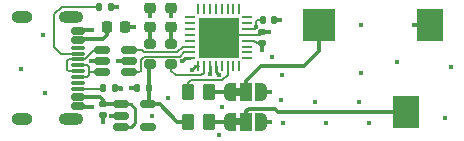
<source format=gbr>
%TF.GenerationSoftware,KiCad,Pcbnew,8.0.1-8.0.1-1~ubuntu22.04.1*%
%TF.CreationDate,2024-03-29T11:51:52+01:00*%
%TF.ProjectId,usb2mid,75736232-6d69-4642-9e6b-696361645f70,rev?*%
%TF.SameCoordinates,Original*%
%TF.FileFunction,Copper,L1,Top*%
%TF.FilePolarity,Positive*%
%FSLAX46Y46*%
G04 Gerber Fmt 4.6, Leading zero omitted, Abs format (unit mm)*
G04 Created by KiCad (PCBNEW 8.0.1-8.0.1-1~ubuntu22.04.1) date 2024-03-29 11:51:52*
%MOMM*%
%LPD*%
G01*
G04 APERTURE LIST*
G04 Aperture macros list*
%AMRoundRect*
0 Rectangle with rounded corners*
0 $1 Rounding radius*
0 $2 $3 $4 $5 $6 $7 $8 $9 X,Y pos of 4 corners*
0 Add a 4 corners polygon primitive as box body*
4,1,4,$2,$3,$4,$5,$6,$7,$8,$9,$2,$3,0*
0 Add four circle primitives for the rounded corners*
1,1,$1+$1,$2,$3*
1,1,$1+$1,$4,$5*
1,1,$1+$1,$6,$7*
1,1,$1+$1,$8,$9*
0 Add four rect primitives between the rounded corners*
20,1,$1+$1,$2,$3,$4,$5,0*
20,1,$1+$1,$4,$5,$6,$7,0*
20,1,$1+$1,$6,$7,$8,$9,0*
20,1,$1+$1,$8,$9,$2,$3,0*%
%AMFreePoly0*
4,1,19,0.550000,-0.750000,0.000000,-0.750000,0.000000,-0.744911,-0.071157,-0.744911,-0.207708,-0.704816,-0.327430,-0.627875,-0.420627,-0.520320,-0.479746,-0.390866,-0.500000,-0.250000,-0.500000,0.250000,-0.479746,0.390866,-0.420627,0.520320,-0.327430,0.627875,-0.207708,0.704816,-0.071157,0.744911,0.000000,0.744911,0.000000,0.750000,0.550000,0.750000,0.550000,-0.750000,0.550000,-0.750000,
$1*%
%AMFreePoly1*
4,1,19,0.000000,0.744911,0.071157,0.744911,0.207708,0.704816,0.327430,0.627875,0.420627,0.520320,0.479746,0.390866,0.500000,0.250000,0.500000,-0.250000,0.479746,-0.390866,0.420627,-0.520320,0.327430,-0.627875,0.207708,-0.704816,0.071157,-0.744911,0.000000,-0.744911,0.000000,-0.750000,-0.550000,-0.750000,-0.550000,0.750000,0.000000,0.750000,0.000000,0.744911,0.000000,0.744911,
$1*%
G04 Aperture macros list end*
%TA.AperFunction,EtchedComponent*%
%ADD10C,0.000000*%
%TD*%
%TA.AperFunction,SMDPad,CuDef*%
%ADD11FreePoly0,0.000000*%
%TD*%
%TA.AperFunction,SMDPad,CuDef*%
%ADD12R,1.000000X1.500000*%
%TD*%
%TA.AperFunction,SMDPad,CuDef*%
%ADD13FreePoly1,0.000000*%
%TD*%
%TA.AperFunction,SMDPad,CuDef*%
%ADD14RoundRect,0.150000X-0.425000X0.150000X-0.425000X-0.150000X0.425000X-0.150000X0.425000X0.150000X0*%
%TD*%
%TA.AperFunction,SMDPad,CuDef*%
%ADD15RoundRect,0.075000X-0.500000X0.075000X-0.500000X-0.075000X0.500000X-0.075000X0.500000X0.075000X0*%
%TD*%
%TA.AperFunction,ComponentPad*%
%ADD16O,2.100000X1.000000*%
%TD*%
%TA.AperFunction,ComponentPad*%
%ADD17O,1.800000X1.000000*%
%TD*%
%TA.AperFunction,SMDPad,CuDef*%
%ADD18RoundRect,0.140000X-0.170000X0.140000X-0.170000X-0.140000X0.170000X-0.140000X0.170000X0.140000X0*%
%TD*%
%TA.AperFunction,SMDPad,CuDef*%
%ADD19RoundRect,0.140000X0.140000X0.170000X-0.140000X0.170000X-0.140000X-0.170000X0.140000X-0.170000X0*%
%TD*%
%TA.AperFunction,SMDPad,CuDef*%
%ADD20RoundRect,0.140000X0.170000X-0.140000X0.170000X0.140000X-0.170000X0.140000X-0.170000X-0.140000X0*%
%TD*%
%TA.AperFunction,SMDPad,CuDef*%
%ADD21RoundRect,0.218750X-0.256250X0.218750X-0.256250X-0.218750X0.256250X-0.218750X0.256250X0.218750X0*%
%TD*%
%TA.AperFunction,SMDPad,CuDef*%
%ADD22RoundRect,0.150000X-0.512500X-0.150000X0.512500X-0.150000X0.512500X0.150000X-0.512500X0.150000X0*%
%TD*%
%TA.AperFunction,SMDPad,CuDef*%
%ADD23RoundRect,0.200000X-0.275000X0.200000X-0.275000X-0.200000X0.275000X-0.200000X0.275000X0.200000X0*%
%TD*%
%TA.AperFunction,SMDPad,CuDef*%
%ADD24RoundRect,0.250000X-0.262500X-0.450000X0.262500X-0.450000X0.262500X0.450000X-0.262500X0.450000X0*%
%TD*%
%TA.AperFunction,SMDPad,CuDef*%
%ADD25R,2.200000X2.800000*%
%TD*%
%TA.AperFunction,SMDPad,CuDef*%
%ADD26R,2.800000X2.800000*%
%TD*%
%TA.AperFunction,SMDPad,CuDef*%
%ADD27RoundRect,0.225000X-0.225000X-0.250000X0.225000X-0.250000X0.225000X0.250000X-0.225000X0.250000X0*%
%TD*%
%TA.AperFunction,SMDPad,CuDef*%
%ADD28RoundRect,0.140000X-0.140000X-0.170000X0.140000X-0.170000X0.140000X0.170000X-0.140000X0.170000X0*%
%TD*%
%TA.AperFunction,SMDPad,CuDef*%
%ADD29RoundRect,0.062500X0.375000X0.062500X-0.375000X0.062500X-0.375000X-0.062500X0.375000X-0.062500X0*%
%TD*%
%TA.AperFunction,SMDPad,CuDef*%
%ADD30RoundRect,0.062500X0.062500X0.375000X-0.062500X0.375000X-0.062500X-0.375000X0.062500X-0.375000X0*%
%TD*%
%TA.AperFunction,SMDPad,CuDef*%
%ADD31R,3.450000X3.450000*%
%TD*%
%TA.AperFunction,SMDPad,CuDef*%
%ADD32RoundRect,0.150000X0.512500X0.150000X-0.512500X0.150000X-0.512500X-0.150000X0.512500X-0.150000X0*%
%TD*%
%TA.AperFunction,SMDPad,CuDef*%
%ADD33RoundRect,0.135000X-0.135000X-0.185000X0.135000X-0.185000X0.135000X0.185000X-0.135000X0.185000X0*%
%TD*%
%TA.AperFunction,ViaPad*%
%ADD34C,0.450000*%
%TD*%
%TA.AperFunction,Conductor*%
%ADD35C,0.350000*%
%TD*%
%TA.AperFunction,Conductor*%
%ADD36C,0.200000*%
%TD*%
%TA.AperFunction,Conductor*%
%ADD37C,0.250000*%
%TD*%
G04 APERTURE END LIST*
D10*
%TA.AperFunction,EtchedComponent*%
%TO.C,JP1*%
G36*
X42600000Y-52300000D02*
G01*
X42100000Y-52300000D01*
X42100000Y-51700000D01*
X42600000Y-51700000D01*
X42600000Y-52300000D01*
G37*
%TD.AperFunction*%
%TA.AperFunction,EtchedComponent*%
%TO.C,JP2*%
G36*
X42600000Y-54800000D02*
G01*
X42100000Y-54800000D01*
X42100000Y-54200000D01*
X42600000Y-54200000D01*
X42600000Y-54800000D01*
G37*
%TD.AperFunction*%
%TD*%
D11*
%TO.P,JP1,1,A*%
%TO.N,/SINK*%
X41700000Y-52000000D03*
D12*
%TO.P,JP1,2,C*%
%TO.N,/JACK_T*%
X43000000Y-52000000D03*
D13*
%TO.P,JP1,3,B*%
%TO.N,/SOURCE*%
X44300000Y-52000000D03*
%TD*%
D14*
%TO.P,J1,A1,GND*%
%TO.N,GND*%
X28780000Y-46800000D03*
%TO.P,J1,A4,VBUS*%
%TO.N,VBUS*%
X28780000Y-47600000D03*
D15*
%TO.P,J1,A5,CC1*%
%TO.N,/CC1*%
X28780000Y-48750000D03*
%TO.P,J1,A6,D+*%
%TO.N,/D+*%
X28780000Y-49750000D03*
%TO.P,J1,A7,D-*%
%TO.N,/D-*%
X28780000Y-50250000D03*
%TO.P,J1,A8,SBU1*%
%TO.N,unconnected-(J1-SBU1-PadA8)*%
X28780000Y-51250000D03*
D14*
%TO.P,J1,A9,VBUS*%
%TO.N,VBUS*%
X28780000Y-52400000D03*
%TO.P,J1,A12,GND*%
%TO.N,GND*%
X28780000Y-53200000D03*
%TO.P,J1,B1,GND*%
X28780000Y-53200000D03*
%TO.P,J1,B4,VBUS*%
%TO.N,VBUS*%
X28780000Y-52400000D03*
D15*
%TO.P,J1,B5,CC2*%
%TO.N,/CC2*%
X28780000Y-51750000D03*
%TO.P,J1,B6,D+*%
%TO.N,/D+*%
X28780000Y-50750000D03*
%TO.P,J1,B7,D-*%
%TO.N,/D-*%
X28780000Y-49250000D03*
%TO.P,J1,B8,SBU2*%
%TO.N,unconnected-(J1-SBU2-PadB8)*%
X28780000Y-48250000D03*
D14*
%TO.P,J1,B9,VBUS*%
%TO.N,VBUS*%
X28780000Y-47600000D03*
%TO.P,J1,B12,GND*%
%TO.N,GND*%
X28780000Y-46800000D03*
D16*
%TO.P,J1,S1,SHIELD*%
%TO.N,unconnected-(J1-SHIELD-PadS1)_2*%
X28205000Y-45680000D03*
D17*
%TO.N,unconnected-(J1-SHIELD-PadS1)_1*%
X24025000Y-45680000D03*
D16*
%TO.N,unconnected-(J1-SHIELD-PadS1)_0*%
X28205000Y-54320000D03*
D17*
%TO.N,unconnected-(J1-SHIELD-PadS1)*%
X24025000Y-54320000D03*
%TD*%
D18*
%TO.P,C3,1*%
%TO.N,VBUS*%
X30900000Y-53020000D03*
%TO.P,C3,2*%
%TO.N,GND*%
X30900000Y-53980000D03*
%TD*%
D19*
%TO.P,C4,1*%
%TO.N,+3.3V*%
X34780000Y-51700000D03*
%TO.P,C4,2*%
%TO.N,GND*%
X33820000Y-51700000D03*
%TD*%
D20*
%TO.P,C1,1*%
%TO.N,+3.3V*%
X44400000Y-47880000D03*
%TO.P,C1,2*%
%TO.N,GND*%
X44400000Y-46920000D03*
%TD*%
D21*
%TO.P,D1,1,K*%
%TO.N,GND*%
X34900000Y-44912500D03*
%TO.P,D1,2,A*%
%TO.N,Net-(D1-A)*%
X34900000Y-46487500D03*
%TD*%
D22*
%TO.P,U3,1,IN*%
%TO.N,VBUS*%
X32462500Y-53050000D03*
%TO.P,U3,2,GND*%
%TO.N,GND*%
X32462500Y-54000000D03*
%TO.P,U3,3,STBY*%
%TO.N,VBUS*%
X32462500Y-54950000D03*
%TO.P,U3,4,NC*%
%TO.N,unconnected-(U3-NC-Pad4)*%
X34737500Y-54950000D03*
%TO.P,U3,5,OUT*%
%TO.N,+3.3V*%
X34737500Y-53050000D03*
%TD*%
D23*
%TO.P,R6,1*%
%TO.N,Net-(D2-A)*%
X36700000Y-47975000D03*
%TO.P,R6,2*%
%TO.N,/ST_LED*%
X36700000Y-49625000D03*
%TD*%
D24*
%TO.P,R4,1*%
%TO.N,/MIDI_TX*%
X38087500Y-52000000D03*
%TO.P,R4,2*%
%TO.N,/SINK*%
X39912500Y-52000000D03*
%TD*%
D25*
%TO.P,J2,R*%
%TO.N,/JACK_R*%
X56600000Y-53700000D03*
%TO.P,J2,S*%
%TO.N,GND*%
X58600000Y-46300000D03*
D26*
%TO.P,J2,T*%
%TO.N,/JACK_T*%
X49200000Y-46300000D03*
%TD*%
D27*
%TO.P,C7,1*%
%TO.N,VBUS*%
X31225000Y-46500000D03*
%TO.P,C7,2*%
%TO.N,GND*%
X32775000Y-46500000D03*
%TD*%
D21*
%TO.P,D2,1,K*%
%TO.N,GND*%
X36700000Y-44912500D03*
%TO.P,D2,2,A*%
%TO.N,Net-(D2-A)*%
X36700000Y-46487500D03*
%TD*%
D28*
%TO.P,C5,1*%
%TO.N,/NRST*%
X44420000Y-45900000D03*
%TO.P,C5,2*%
%TO.N,GND*%
X45380000Y-45900000D03*
%TD*%
D11*
%TO.P,JP2,1,A*%
%TO.N,/SOURCE*%
X41700000Y-54500000D03*
D12*
%TO.P,JP2,2,C*%
%TO.N,/JACK_R*%
X43000000Y-54500000D03*
D13*
%TO.P,JP2,3,B*%
%TO.N,/SINK*%
X44300000Y-54500000D03*
%TD*%
D29*
%TO.P,U1,1,PB9*%
%TO.N,unconnected-(U1-PB9-Pad1)*%
X43137500Y-49150000D03*
%TO.P,U1,2,PC14*%
%TO.N,unconnected-(U1-PC14-Pad2)*%
X43137500Y-48650000D03*
%TO.P,U1,3,PC15*%
%TO.N,unconnected-(U1-PC15-Pad3)*%
X43137500Y-48150000D03*
%TO.P,U1,4,VDD*%
%TO.N,+3.3V*%
X43137500Y-47650000D03*
%TO.P,U1,5,VSS*%
%TO.N,GND*%
X43137500Y-47150000D03*
%TO.P,U1,6,PF2*%
%TO.N,/NRST*%
X43137500Y-46650000D03*
%TO.P,U1,7,PA0*%
%TO.N,unconnected-(U1-PA0-Pad7)*%
X43137500Y-46150000D03*
%TO.P,U1,8,PA1*%
%TO.N,unconnected-(U1-PA1-Pad8)*%
X43137500Y-45650000D03*
D30*
%TO.P,U1,9,PA2*%
%TO.N,unconnected-(U1-PA2-Pad9)*%
X42450000Y-44962500D03*
%TO.P,U1,10,PA3*%
%TO.N,unconnected-(U1-PA3-Pad10)*%
X41950000Y-44962500D03*
%TO.P,U1,11,PA4*%
%TO.N,unconnected-(U1-PA4-Pad11)*%
X41450000Y-44962500D03*
%TO.P,U1,12,PA5*%
%TO.N,unconnected-(U1-PA5-Pad12)*%
X40950000Y-44962500D03*
%TO.P,U1,13,PA6*%
%TO.N,unconnected-(U1-PA6-Pad13)*%
X40450000Y-44962500D03*
%TO.P,U1,14,PA7*%
%TO.N,unconnected-(U1-PA7-Pad14)*%
X39950000Y-44962500D03*
%TO.P,U1,15,PB0*%
%TO.N,unconnected-(U1-PB0-Pad15)*%
X39450000Y-44962500D03*
%TO.P,U1,16,PB1*%
%TO.N,unconnected-(U1-PB1-Pad16)*%
X38950000Y-44962500D03*
D29*
%TO.P,U1,17,PB2*%
%TO.N,unconnected-(U1-PB2-Pad17)*%
X38262500Y-45650000D03*
%TO.P,U1,18,PA8*%
%TO.N,unconnected-(U1-PA8-Pad18)*%
X38262500Y-46150000D03*
%TO.P,U1,19,PA9/UCPD1_DBCC1*%
%TO.N,unconnected-(U1-PA9{slash}UCPD1_DBCC1-Pad19)*%
X38262500Y-46650000D03*
%TO.P,U1,20,PC6*%
%TO.N,unconnected-(U1-PC6-Pad20)*%
X38262500Y-47150000D03*
%TO.P,U1,21,PA10/UCPD1_DBCC2*%
%TO.N,unconnected-(U1-PA10{slash}UCPD1_DBCC2-Pad21)*%
X38262500Y-47650000D03*
%TO.P,U1,22,PA11/PA9*%
%TO.N,/USB_DM*%
X38262500Y-48150000D03*
%TO.P,U1,23,PA12/PA10*%
%TO.N,/USB_DP*%
X38262500Y-48650000D03*
%TO.P,U1,24,PA13*%
%TO.N,/SWDIO*%
X38262500Y-49150000D03*
D30*
%TO.P,U1,25,PA14*%
%TO.N,/SWCLK*%
X38950000Y-49837500D03*
%TO.P,U1,26,PA15*%
%TO.N,/ST_LED*%
X39450000Y-49837500D03*
%TO.P,U1,27,PB3*%
%TO.N,/UART_TX*%
X39950000Y-49837500D03*
%TO.P,U1,28,PB4*%
%TO.N,/UART_RX*%
X40450000Y-49837500D03*
%TO.P,U1,29,PB5*%
%TO.N,unconnected-(U1-PB5-Pad29)*%
X40950000Y-49837500D03*
%TO.P,U1,30,PB6*%
%TO.N,/MIDI_TX*%
X41450000Y-49837500D03*
%TO.P,U1,31,PB7*%
%TO.N,unconnected-(U1-PB7-Pad31)*%
X41950000Y-49837500D03*
%TO.P,U1,32,PB8*%
%TO.N,unconnected-(U1-PB8-Pad32)*%
X42450000Y-49837500D03*
D31*
%TO.P,U1,33,VSS*%
%TO.N,GND*%
X40700000Y-47400000D03*
%TD*%
D32*
%TO.P,U2,1,I/O1*%
%TO.N,/USB_DP*%
X33137500Y-50350000D03*
%TO.P,U2,2,GND*%
%TO.N,GND*%
X33137500Y-49400000D03*
%TO.P,U2,3,I/O2*%
%TO.N,/USB_DM*%
X33137500Y-48450000D03*
%TO.P,U2,4,I/O2*%
%TO.N,/D-*%
X30862500Y-48450000D03*
%TO.P,U2,5,VBUS*%
%TO.N,VBUS*%
X30862500Y-49400000D03*
%TO.P,U2,6,I/O1*%
%TO.N,/D+*%
X30862500Y-50350000D03*
%TD*%
D23*
%TO.P,R5,1*%
%TO.N,Net-(D1-A)*%
X34900000Y-47975000D03*
%TO.P,R5,2*%
%TO.N,+3.3V*%
X34900000Y-49625000D03*
%TD*%
D33*
%TO.P,R2,1*%
%TO.N,/CC2*%
X30890000Y-51700000D03*
%TO.P,R2,2*%
%TO.N,GND*%
X31910000Y-51700000D03*
%TD*%
%TO.P,R1,1*%
%TO.N,/CC1*%
X30590000Y-44800000D03*
%TO.P,R1,2*%
%TO.N,GND*%
X31610000Y-44800000D03*
%TD*%
D24*
%TO.P,R3,1*%
%TO.N,+3.3V*%
X38087500Y-54500000D03*
%TO.P,R3,2*%
%TO.N,/SOURCE*%
X39912500Y-54500000D03*
%TD*%
D34*
%TO.N,+3.3V*%
X44345000Y-48435000D03*
X34780000Y-50800000D03*
%TO.N,GND*%
X30000000Y-46760000D03*
X46100000Y-50600000D03*
X40125000Y-46825000D03*
X34900000Y-45580000D03*
X35060000Y-54000000D03*
X31550000Y-54000000D03*
X40690000Y-55640000D03*
X41275000Y-47975000D03*
X33310000Y-51700000D03*
X32110000Y-44810000D03*
X60360000Y-49920000D03*
X45865000Y-45900000D03*
X52560000Y-52850000D03*
X24000000Y-50030000D03*
X49810000Y-54630000D03*
X53430000Y-54600000D03*
X30000000Y-53250000D03*
X48860000Y-52810000D03*
X32200000Y-49400000D03*
X45000000Y-46920000D03*
X25810000Y-47210000D03*
X57250000Y-46300000D03*
X33500000Y-46500000D03*
X36700000Y-45580000D03*
X46140000Y-54610000D03*
X32410000Y-51710000D03*
X41275000Y-46825000D03*
X52730000Y-46360000D03*
X36450000Y-52520000D03*
X45200000Y-49010000D03*
X59853208Y-54165643D03*
X52779110Y-50377557D03*
X25990000Y-52080000D03*
X41020000Y-53250000D03*
X40125000Y-47975000D03*
X55770000Y-49450000D03*
X30900000Y-54500000D03*
X45950000Y-52700000D03*
%TO.N,/NRST*%
X43860000Y-46470000D03*
%TO.N,/SWDIO*%
X37610000Y-49390000D03*
%TO.N,/SWCLK*%
X38420000Y-50130000D03*
%TO.N,/UART_TX*%
X39950000Y-50500000D03*
%TO.N,/UART_RX*%
X40700000Y-50550000D03*
%TO.N,VBUS*%
X29900000Y-49400000D03*
X30000000Y-52450000D03*
X30000000Y-47500000D03*
%TO.N,/SINK*%
X40950000Y-52000000D03*
X45050000Y-54500000D03*
%TO.N,/SOURCE*%
X40950000Y-54500000D03*
X45050000Y-52000000D03*
%TD*%
D35*
%TO.N,+3.3V*%
X34737500Y-53050000D02*
X35750000Y-53050000D01*
D36*
X43720000Y-47650000D02*
X43950000Y-47880000D01*
X43137500Y-47650000D02*
X43720000Y-47650000D01*
D35*
X44400000Y-48380000D02*
X44400000Y-47880000D01*
X34780000Y-51700000D02*
X34780000Y-52590000D01*
X34780000Y-49745000D02*
X34900000Y-49625000D01*
X44345000Y-48435000D02*
X44400000Y-48380000D01*
X34737500Y-51742500D02*
X34780000Y-51700000D01*
X34780000Y-51700000D02*
X34780000Y-49745000D01*
X35750000Y-53050000D02*
X37200000Y-54500000D01*
D36*
X43950000Y-47880000D02*
X44400000Y-47880000D01*
D35*
X34780000Y-52590000D02*
X34780000Y-53007500D01*
X37200000Y-54500000D02*
X38087500Y-54500000D01*
X34780000Y-53007500D02*
X34737500Y-53050000D01*
D36*
%TO.N,GND*%
X43137500Y-47150000D02*
X40950000Y-47150000D01*
D35*
X32110000Y-44810000D02*
X32100000Y-44800000D01*
D36*
X44170000Y-47150000D02*
X44400000Y-46920000D01*
D35*
X45825000Y-45900000D02*
X45380000Y-45900000D01*
X30000000Y-46760000D02*
X29990000Y-46750000D01*
D36*
X43137500Y-47150000D02*
X44170000Y-47150000D01*
X40950000Y-47150000D02*
X40700000Y-47400000D01*
D35*
X32100000Y-44800000D02*
X31610000Y-44800000D01*
X32400000Y-51700000D02*
X31910000Y-51700000D01*
X57325000Y-46300000D02*
X58600000Y-46300000D01*
X30000000Y-53250000D02*
X29045000Y-53250000D01*
X33310000Y-51700000D02*
X33820000Y-51700000D01*
X29990000Y-46750000D02*
X29045000Y-46750000D01*
X32410000Y-51710000D02*
X32400000Y-51700000D01*
X30900000Y-54450000D02*
X30900000Y-53980000D01*
X33500000Y-46500000D02*
X32775000Y-46500000D01*
X31620000Y-54000000D02*
X32462500Y-54000000D01*
X45000000Y-46920000D02*
X44400000Y-46920000D01*
X36700000Y-45580000D02*
X36700000Y-44912500D01*
X33137500Y-49400000D02*
X32200000Y-49400000D01*
X34900000Y-45580000D02*
X34900000Y-44912500D01*
D36*
%TO.N,/NRST*%
X43750000Y-46650000D02*
X43900000Y-46500000D01*
X43900000Y-46000000D02*
X44000000Y-45900000D01*
X43137500Y-46650000D02*
X43740000Y-46660000D01*
X43900000Y-46500000D02*
X43900000Y-46000000D01*
X44000000Y-45900000D02*
X44420000Y-45900000D01*
X43740000Y-46660000D02*
X43750000Y-46650000D01*
%TO.N,/USB_DM*%
X37650000Y-48150000D02*
X37200000Y-48600000D01*
X37200000Y-48600000D02*
X34400000Y-48600000D01*
X38262500Y-48150000D02*
X37650000Y-48150000D01*
X34250000Y-48450000D02*
X33137500Y-48450000D01*
X34400000Y-48600000D02*
X34250000Y-48450000D01*
%TO.N,/USB_DP*%
X34400000Y-49000000D02*
X34100000Y-49300000D01*
X33950000Y-50350000D02*
X33137500Y-50350000D01*
X37400000Y-49000000D02*
X34400000Y-49000000D01*
X37750000Y-48650000D02*
X37400000Y-49000000D01*
X34100000Y-50200000D02*
X33950000Y-50350000D01*
X38262500Y-48650000D02*
X37750000Y-48650000D01*
X34100000Y-49300000D02*
X34100000Y-50200000D01*
D37*
%TO.N,/SWDIO*%
X37850000Y-49150000D02*
X38262500Y-49150000D01*
X37610000Y-49390000D02*
X37850000Y-49150000D01*
%TO.N,/SWCLK*%
X38712500Y-49837500D02*
X38950000Y-49837500D01*
X38420000Y-50130000D02*
X38712500Y-49837500D01*
%TO.N,/UART_TX*%
X39950000Y-50450000D02*
X39950000Y-49837500D01*
%TO.N,/UART_RX*%
X40450000Y-50300000D02*
X40450000Y-49837500D01*
X40700000Y-50550000D02*
X40450000Y-50300000D01*
D36*
%TO.N,/MIDI_TX*%
X41450000Y-49837500D02*
X41450000Y-50570000D01*
X41450000Y-50570000D02*
X41020000Y-51000000D01*
X41020000Y-51000000D02*
X38330000Y-51000000D01*
X38087500Y-51242500D02*
X38087500Y-52000000D01*
X38330000Y-51000000D02*
X38087500Y-51242500D01*
D35*
%TO.N,VBUS*%
X30690000Y-52450000D02*
X30900000Y-52660000D01*
X30000000Y-52450000D02*
X29045000Y-52450000D01*
X31225000Y-47175000D02*
X30900000Y-47500000D01*
D37*
X33600000Y-54600000D02*
X33250000Y-54950000D01*
X33600000Y-53400000D02*
X33600000Y-54600000D01*
D35*
X30000000Y-52450000D02*
X30690000Y-52450000D01*
X29900000Y-49400000D02*
X30862500Y-49400000D01*
X30000000Y-47500000D02*
X29950000Y-47550000D01*
D37*
X33250000Y-54950000D02*
X32462500Y-54950000D01*
D35*
X30900000Y-47500000D02*
X30000000Y-47500000D01*
X32462500Y-53050000D02*
X30930000Y-53050000D01*
D37*
X33250000Y-53050000D02*
X33600000Y-53400000D01*
D35*
X30930000Y-53050000D02*
X30900000Y-53020000D01*
X29950000Y-47550000D02*
X29045000Y-47550000D01*
X30900000Y-52660000D02*
X30900000Y-53020000D01*
X31225000Y-46500000D02*
X31225000Y-47175000D01*
D37*
X32462500Y-53050000D02*
X33250000Y-53050000D01*
D36*
%TO.N,/CC1*%
X26800000Y-48200000D02*
X26800000Y-45400000D01*
X27400000Y-44800000D02*
X30200000Y-44800000D01*
X26800000Y-45400000D02*
X27400000Y-44800000D01*
X30200000Y-44800000D02*
X30300000Y-44800000D01*
X30200000Y-44800000D02*
X30590000Y-44800000D01*
X27350000Y-48750000D02*
X26800000Y-48200000D01*
X29045000Y-48750000D02*
X27350000Y-48750000D01*
%TO.N,/D+*%
X29550000Y-49750000D02*
X29700000Y-49900000D01*
X30862500Y-50350000D02*
X29750000Y-50350000D01*
X29700000Y-50600000D02*
X29550000Y-50750000D01*
X29700000Y-50400000D02*
X29700000Y-50600000D01*
X29550000Y-50750000D02*
X28780000Y-50750000D01*
X28780000Y-49750000D02*
X29550000Y-49750000D01*
X29750000Y-50350000D02*
X29700000Y-50400000D01*
X29700000Y-49900000D02*
X29700000Y-50400000D01*
%TO.N,/D-*%
X27900000Y-50100000D02*
X28050000Y-50250000D01*
X30150000Y-48450000D02*
X30862500Y-48450000D01*
X28050000Y-49250000D02*
X27900000Y-49400000D01*
X28780000Y-49250000D02*
X29350000Y-49250000D01*
X29350000Y-49250000D02*
X30150000Y-48450000D01*
X28050000Y-50250000D02*
X28780000Y-50250000D01*
X27900000Y-49400000D02*
X27900000Y-50100000D01*
X28780000Y-49250000D02*
X28050000Y-49250000D01*
%TO.N,/CC2*%
X29045000Y-51750000D02*
X30840000Y-51750000D01*
X30840000Y-51750000D02*
X30890000Y-51700000D01*
D35*
%TO.N,/JACK_R*%
X45470000Y-53420000D02*
X45750000Y-53700000D01*
X43230000Y-53420000D02*
X45470000Y-53420000D01*
X43000000Y-54500000D02*
X43000000Y-53650000D01*
X43000000Y-53650000D02*
X43230000Y-53420000D01*
X45750000Y-53700000D02*
X56600000Y-53700000D01*
%TO.N,/JACK_T*%
X47900000Y-49800000D02*
X49200000Y-48500000D01*
X44300000Y-49800000D02*
X47900000Y-49800000D01*
X43000000Y-51100000D02*
X44300000Y-49800000D01*
X43000000Y-52000000D02*
X43000000Y-51100000D01*
X49200000Y-48500000D02*
X49200000Y-46300000D01*
%TO.N,/SINK*%
X44980000Y-54500000D02*
X44300000Y-54500000D01*
X41700000Y-52000000D02*
X41030000Y-52000000D01*
X41030000Y-52000000D02*
X39912500Y-52000000D01*
%TO.N,/SOURCE*%
X41020000Y-54500000D02*
X39912500Y-54500000D01*
X44300000Y-52000000D02*
X44990000Y-52000000D01*
X41700000Y-54500000D02*
X41020000Y-54500000D01*
D36*
%TO.N,/ST_LED*%
X39450000Y-50370000D02*
X39220000Y-50600000D01*
X39450000Y-49837500D02*
X39450000Y-50370000D01*
X36700000Y-50210000D02*
X36700000Y-49625000D01*
X39220000Y-50600000D02*
X37090000Y-50600000D01*
X37090000Y-50600000D02*
X36700000Y-50210000D01*
D35*
%TO.N,Net-(D1-A)*%
X34900000Y-46487500D02*
X34900000Y-47975000D01*
%TO.N,Net-(D2-A)*%
X36700000Y-46487500D02*
X36700000Y-47975000D01*
%TD*%
M02*

</source>
